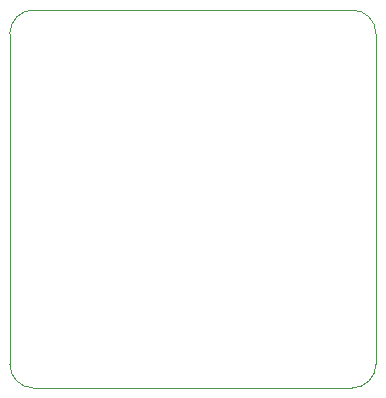
<source format=gm1>
G04 #@! TF.GenerationSoftware,KiCad,Pcbnew,7.0.1*
G04 #@! TF.CreationDate,2023-07-16T12:44:03+02:00*
G04 #@! TF.ProjectId,ADS1115_POTENTIOMETER,41445331-3131-4355-9f50-4f54454e5449,1*
G04 #@! TF.SameCoordinates,Original*
G04 #@! TF.FileFunction,Profile,NP*
%FSLAX46Y46*%
G04 Gerber Fmt 4.6, Leading zero omitted, Abs format (unit mm)*
G04 Created by KiCad (PCBNEW 7.0.1) date 2023-07-16 12:44:03*
%MOMM*%
%LPD*%
G01*
G04 APERTURE LIST*
G04 #@! TA.AperFunction,Profile*
%ADD10C,0.100000*%
G04 #@! TD*
G04 APERTURE END LIST*
D10*
X117395452Y-78810352D02*
G75*
G03*
X119395452Y-76810365I48J1999952D01*
G01*
X88395535Y-76810365D02*
G75*
G03*
X90395452Y-78810365I1999965J-35D01*
G01*
X119395452Y-76810365D02*
X119395452Y-48810365D01*
X117395452Y-46810365D02*
X90395452Y-46810365D01*
X119395535Y-48810365D02*
G75*
G03*
X117395452Y-46810365I-2000035J-35D01*
G01*
X90395452Y-78810365D02*
X117395452Y-78810365D01*
X88395452Y-48810365D02*
X88395452Y-76810365D01*
X90395452Y-46810352D02*
G75*
G03*
X88395452Y-48810365I48J-2000048D01*
G01*
M02*

</source>
